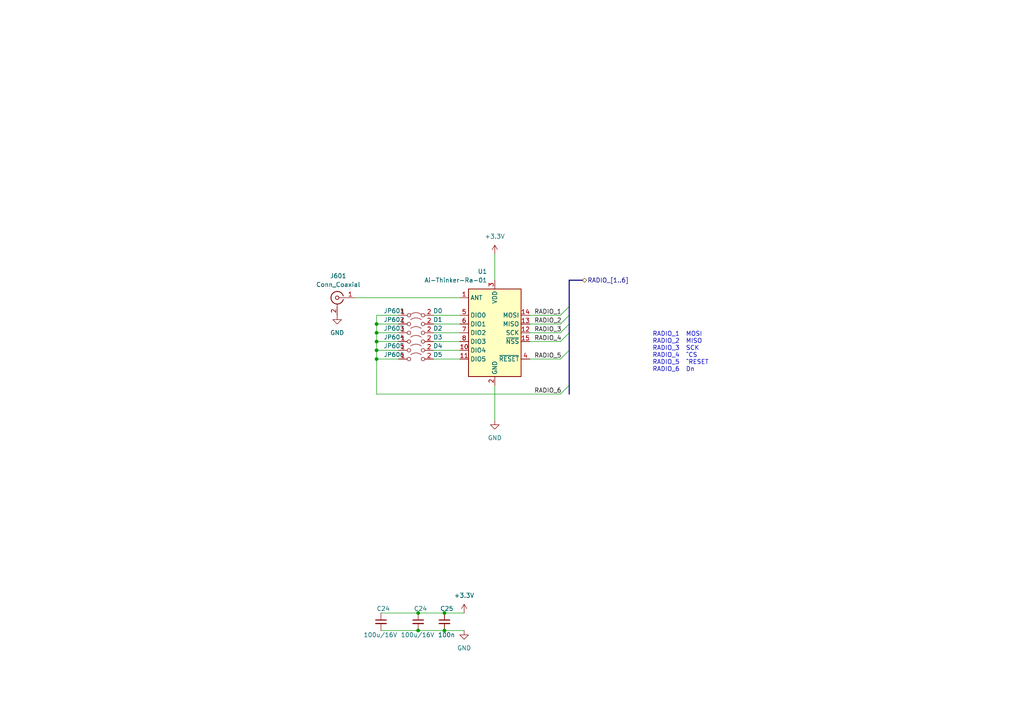
<source format=kicad_sch>
(kicad_sch (version 20230121) (generator eeschema)
  (paper "A4")
  (lib_symbols
    (symbol "Connector:Conn_Coaxial" (pin_names (offset 1.016) hide)
      (property "Reference" "J" (at 0.254 3.048 0))
      (property "Value" "Conn_Coaxial" (at 2.921 0 90))
      (symbol "Conn_Coaxial_0_1"
        (arc (start -1.778 -0.508) (mid 0.2311 -1.8066) (end 1.778 0) (stroke (width 0.254)))
        (polyline (pts (xy -2.54 0) (xy -0.508 0)))
        (polyline (pts (xy 0 -2.54) (xy 0 -1.778)))
        (circle (center 0 0) (radius 0.508) (stroke (width 0.2032)))
        (arc (start 1.778 0) (mid 0.2099 1.8101) (end -1.778 0.508) (stroke (width 0.254)))
      )
      (symbol "Conn_Coaxial_1_1"
        (pin passive line (at -5.08 0 0) (length 2.54) (name "In") (number "1"))
        (pin passive line (at 0 -5.08 90) (length 2.54) (name "Ext") (number "2"))
      )
    )
    (symbol "Device:C_Small" (pin_numbers hide) (pin_names (offset 0.254) hide)
      (property "Reference" "C" (at 0.254 1.778 0))
      (property "Value" "C_Small" (at 0.254 -2.032 0))
      (symbol "C_Small_0_1"
        (polyline (pts (xy -1.524 -0.508) (xy 1.524 -0.508)) (stroke (width 0.3302)))
        (polyline (pts (xy -1.524 0.508) (xy 1.524 0.508)) (stroke (width 0.3048)))
      )
      (symbol "C_Small_1_1"
        (pin passive line (at 0 2.54 270) (length 2.032) (name "~") (number "1"))
        (pin passive line (at 0 -2.54 90) (length 2.032) (name "~") (number "2"))
      )
    )
    (symbol "Jumper:Jumper_2_Bridged" (pin_names (offset 0) hide)
      (property "Reference" "JP" (at 0 1.905 0))
      (property "Value" "Jumper_2_Bridged" (at 0 -2.54 0))
      (symbol "Jumper_2_Bridged_0_0"
        (circle (center -2.032 0) (radius 0.508))
        (circle (center 2.032 0) (radius 0.508))
      )
      (symbol "Jumper_2_Bridged_0_1"
        (arc (start 1.524 0.254) (mid 0 0.762) (end -1.524 0.254))
      )
      (symbol "Jumper_2_Bridged_1_1"
        (pin passive line (at -5.08 0 0) (length 2.54) (name "A") (number "1"))
        (pin passive line (at 5.08 0 180) (length 2.54) (name "B") (number "2"))
      )
    )
    (symbol "Jumper:Jumper_2_Open" (pin_names (offset 0) hide)
      (property "Reference" "JP" (at 0 2.794 0))
      (property "Value" "Jumper_2_Open" (at 0 -2.286 0))
      (symbol "Jumper_2_Open_0_0"
        (circle (center -2.032 0) (radius 0.508))
        (circle (center 2.032 0) (radius 0.508))
      )
      (symbol "Jumper_2_Open_0_1"
        (arc (start 1.524 1.27) (mid 0 1.778) (end -1.524 1.27))
      )
      (symbol "Jumper_2_Open_1_1"
        (pin passive line (at -5.08 0 0) (length 2.54) (name "A") (number "1"))
        (pin passive line (at 5.08 0 180) (length 2.54) (name "B") (number "2"))
      )
    )
    (symbol "RF_Module:Ai-Thinker-Ra-01"
      (property "Reference" "U" (at 2.54 17.78 0))
      (property "Value" "Ai-Thinker-Ra-01" (at 13.97 -15.24 0))
      (symbol "Ai-Thinker-Ra-01_0_1"
        (rectangle (start -7.62 12.7) (end 7.62 -12.7) (stroke (width 0.254)) (fill (type background)))
      )
      (symbol "Ai-Thinker-Ra-01_1_1"
        (pin passive line (at 10.16 10.16 180) (length 2.54) (name "ANT") (number "1"))
        (pin bidirectional line (at 10.16 -5.08 180) (length 2.54) (name "DIO4") (number "10"))
        (pin bidirectional line (at 10.16 -7.62 180) (length 2.54) (name "DIO5") (number "11"))
        (pin input line (at -10.16 0 0) (length 2.54) (name "SCK") (number "12"))
        (pin output line (at -10.16 2.54 0) (length 2.54) (name "MISO") (number "13"))
        (pin input line (at -10.16 5.08 0) (length 2.54) (name "MOSI") (number "14"))
        (pin input line (at -10.16 -2.54 0) (length 2.54) (name "~{NSS}") (number "15"))
        (pin passive line (at 0 -15.24 90) (length 2.54) hide (name "GND") (number "16"))
        (pin power_in line (at 0 -15.24 90) (length 2.54) (name "GND") (number "2"))
        (pin power_in line (at 0 15.24 270) (length 2.54) (name "VDD") (number "3"))
        (pin input line (at -10.16 -7.62 0) (length 2.54) (name "~{RESET}") (number "4"))
        (pin bidirectional line (at 10.16 5.08 180) (length 2.54) (name "DIO0") (number "5"))
        (pin bidirectional line (at 10.16 2.54 180) (length 2.54) (name "DIO1") (number "6"))
        (pin bidirectional line (at 10.16 0 180) (length 2.54) (name "DIO2") (number "7"))
        (pin bidirectional line (at 10.16 -2.54 180) (length 2.54) (name "DIO3") (number "8"))
        (pin passive line (at 0 -15.24 90) (length 2.54) hide (name "GND") (number "9"))
      )
    )
    (symbol "power:+3.3V" (power) (pin_names (offset 0))
      (property "Value" "+3.3V" (at 0 3.556 0))
      (symbol "+3.3V_0_1"
        (polyline (pts (xy -0.762 1.27) (xy 0 2.54)))
        (polyline (pts (xy 0 0) (xy 0 2.54)))
        (polyline (pts (xy 0 2.54) (xy 0.762 1.27)))
      )
      (symbol "+3.3V_1_1"
        (pin power_in line (at 0 0 90) (length 0) hide (name "+3.3V") (number "1"))
      )
    )
    (symbol "power:GND" (power) (pin_names (offset 0))
      (property "Value" "GND" (at 0 -3.81 0))
      (symbol "GND_0_1"
        (polyline (pts (xy 0 0) (xy 0 -1.27) (xy 1.27 -1.27) (xy 0 -2.54) (xy -1.27 -1.27) (xy 0 -1.27)))
      )
      (symbol "GND_1_1"
        (pin power_in line (at 0 0 270) (length 0) hide (name "GND") (number "1"))
      )
    )
  )
  (junction (at 109.22 96.52))
  (junction (at 109.22 101.6))
  (junction (at 128.905 182.88))
  (junction (at 109.22 104.14))
  (junction (at 109.22 99.06))
  (junction (at 121.285 177.8))
  (junction (at 109.22 93.98))
  (junction (at 128.905 177.8))
  (junction (at 121.285 182.88))
  (bus_entry (at 162.56 93.98) (size 2.54 -2.54))
  (bus_entry (at 165.1 111.76) (size -2.54 2.54))
  (bus_entry (at 162.56 104.14) (size 2.54 -2.54))
  (bus_entry (at 162.56 99.06) (size 2.54 -2.54))
  (bus_entry (at 162.56 96.52) (size 2.54 -2.54))
  (bus_entry (at 162.56 91.44) (size 2.54 -2.54))
  (wire (pts (xy 134.62 182.88) (xy 128.905 182.88)))
  (wire (pts (xy 125.73 101.6) (xy 133.35 101.6)))
  (bus (pts (xy 165.1 101.6) (xy 165.1 96.52)))
  (wire (pts (xy 110.49 182.88) (xy 121.285 182.88)))
  (wire (pts (xy 102.87 86.36) (xy 133.35 86.36)))
  (bus (pts (xy 165.1 96.52) (xy 165.1 93.98)))
  (wire (pts (xy 109.22 91.44) (xy 109.22 93.98)))
  (wire (pts (xy 143.51 73.66) (xy 143.51 81.28)))
  (wire (pts (xy 153.67 104.14) (xy 162.56 104.14)))
  (bus (pts (xy 165.1 93.98) (xy 165.1 91.44)))
  (wire (pts (xy 109.22 104.14) (xy 109.22 114.3)))
  (wire (pts (xy 153.67 96.52) (xy 162.56 96.52)))
  (wire (pts (xy 109.22 101.6) (xy 109.22 104.14)))
  (wire (pts (xy 125.73 104.14) (xy 133.35 104.14)))
  (wire (pts (xy 125.73 91.44) (xy 133.35 91.44)))
  (wire (pts (xy 125.73 99.06) (xy 133.35 99.06)))
  (bus (pts (xy 165.1 81.28) (xy 168.91 81.28)))
  (bus (pts (xy 165.1 111.76) (xy 165.1 114.3)))
  (wire (pts (xy 121.285 182.88) (xy 128.905 182.88)))
  (wire (pts (xy 109.22 99.06) (xy 109.22 101.6)))
  (bus (pts (xy 165.1 111.76) (xy 165.1 101.6)))
  (wire (pts (xy 109.22 96.52) (xy 109.22 99.06)))
  (wire (pts (xy 110.49 177.8) (xy 121.285 177.8)))
  (wire (pts (xy 143.51 121.92) (xy 143.51 111.76)))
  (bus (pts (xy 165.1 91.44) (xy 165.1 88.9)))
  (wire (pts (xy 134.62 177.8) (xy 128.905 177.8)))
  (wire (pts (xy 109.22 93.98) (xy 115.57 93.98)))
  (wire (pts (xy 125.73 93.98) (xy 133.35 93.98)))
  (wire (pts (xy 153.67 99.06) (xy 162.56 99.06)))
  (wire (pts (xy 115.57 91.44) (xy 109.22 91.44)))
  (wire (pts (xy 121.285 177.8) (xy 128.905 177.8)))
  (wire (pts (xy 109.22 114.3) (xy 162.56 114.3)))
  (wire (pts (xy 109.22 99.06) (xy 115.57 99.06)))
  (wire (pts (xy 153.67 91.44) (xy 162.56 91.44)))
  (wire (pts (xy 125.73 96.52) (xy 133.35 96.52)))
  (bus (pts (xy 165.1 88.9) (xy 165.1 81.28)))
  (wire (pts (xy 109.22 104.14) (xy 115.57 104.14)))
  (wire (pts (xy 109.22 93.98) (xy 109.22 96.52)))
  (wire (pts (xy 109.22 96.52) (xy 115.57 96.52)))
  (wire (pts (xy 153.67 93.98) (xy 162.56 93.98)))
  (wire (pts (xy 109.22 101.6) (xy 115.57 101.6)))
  (text "RADIO_1  MOSI\nRADIO_2  MISO\nRADIO_3  SCK\nRADIO_4  ^CS\nRADIO_5  ^RESET\nRADIO_6  Dn\n" (at 189.23 107.95 0) (effects (font (size 1.27 1.27)) (justify left bottom)))
  (label "RADIO_2" (at 154.94 93.98 0))
  (label "RADIO_1" (at 154.94 91.44 0))
  (label "RADIO_4" (at 154.94 99.06 0))
  (label "RADIO_3" (at 154.94 96.52 0))
  (label "RADIO_5" (at 154.94 104.14 0))
  (label "RADIO_6" (at 154.94 114.3 0))
  (hierarchical_label "RADIO_[1..6]" (shape bidirectional) (at 168.91 81.28 0))
  (symbol (lib_id "Device:C_Small") (at 121.285 180.34 0) (unit 1)
    (property "Reference" "C24" (at 120.015 176.53 0) (effects (justify left)))
    (property "Value" "100u/16V" (at 116.205 184.15 0) (effects (justify left)))
    (property "Footprint" "Capacitor_SMD:C_1210_3225Metric" (effects hide))
    (property "LCSC" "C90143" (effects hide))
    (instances (project "NIKOLA-02-E-001_PCAScannerController_R1" (path "" (reference "C24") (unit 1))) (project "Nice-Buoy-V1.0" (path "" (reference "C211") (unit 1)) (path "" (reference "C2") (unit 1)) (path "" (reference "C602") (unit 1))))
  )
  (symbol (lib_id "power:+3.3V") (at 143.51 73.66 0) (unit 1)
    (property "Reference" "#PWR0604" (effects hide))
    (property "Value" "+3.3V" (at 143.51 68.58 0))
  )
  (symbol (lib_id "Jumper:Jumper_2_Open") (at 120.65 96.52 0) (unit 1) (in_bom no)
    (property "Reference" "JP603" (at 114.3 95.25 0))
    (property "Value" "D2" (at 127 95.25 0))
    (property "Footprint" "Jumper:SolderJumper-2_P1.3mm_Open_RoundedPad1.0x1.5mm" (effects hide))
  )
  (symbol (lib_id "power:GND") (at 97.79 91.44 0) (unit 1)
    (property "Reference" "#PWR0601" (effects hide))
    (property "Value" "GND" (at 97.79 96.52 0))
  )
  (symbol (lib_id "power:GND") (at 134.62 182.88 0) (unit 1)
    (property "Reference" "#PWR0603" (effects hide))
    (property "Value" "GND" (at 134.62 187.96 0))
  )
  (symbol (lib_id "Device:C_Small") (at 110.49 180.34 0) (unit 1)
    (property "Reference" "C24" (at 109.22 176.53 0) (effects (justify left)))
    (property "Value" "100u/16V" (at 105.41 184.15 0) (effects (justify left)))
    (property "Footprint" "Capacitor_SMD:C_1210_3225Metric" (effects hide))
    (property "LCSC" "C90143" (effects hide))
    (instances (project "NIKOLA-02-E-001_PCAScannerController_R1" (path "" (reference "C24") (unit 1))) (project "Nice-Buoy-V1.0" (path "" (reference "C211") (unit 1)) (path "" (reference "C1") (unit 1)) (path "" (reference "C601") (unit 1))))
  )
  (symbol (lib_id "power:+3.3V") (at 134.62 177.8 0) (unit 1)
    (property "Reference" "#PWR0602" (effects hide))
    (property "Value" "+3.3V" (at 134.62 172.72 0))
  )
  (symbol (lib_id "Jumper:Jumper_2_Bridged") (at 120.65 91.44 0) (unit 1) (in_bom no)
    (property "Reference" "JP601" (at 114.3 90.17 0))
    (property "Value" "D0" (at 127 90.17 0))
    (property "Footprint" "Jumper:SolderJumper-2_P1.3mm_Bridged_RoundedPad1.0x1.5mm" (effects hide))
  )
  (symbol (lib_id "Jumper:Jumper_2_Open") (at 120.65 99.06 0) (unit 1) (in_bom no)
    (property "Reference" "JP604" (at 114.3 97.79 0))
    (property "Value" "D3" (at 127 97.79 0))
    (property "Footprint" "Jumper:SolderJumper-2_P1.3mm_Open_RoundedPad1.0x1.5mm" (effects hide))
  )
  (symbol (lib_id "power:GND") (at 143.51 121.92 0) (unit 1)
    (property "Reference" "#PWR0605" (effects hide))
    (property "Value" "GND" (at 143.51 127 0))
  )
  (symbol (lib_id "Jumper:Jumper_2_Open") (at 120.65 104.14 0) (unit 1) (in_bom no)
    (property "Reference" "JP606" (at 114.3 102.87 0))
    (property "Value" "D5" (at 127 102.87 0))
    (property "Footprint" "Jumper:SolderJumper-2_P1.3mm_Open_RoundedPad1.0x1.5mm" (effects hide))
  )
  (symbol (lib_id "Jumper:Jumper_2_Open") (at 120.65 93.98 0) (unit 1) (in_bom no)
    (property "Reference" "JP602" (at 114.3 92.71 0))
    (property "Value" "D1" (at 127 92.71 0))
    (property "Footprint" "Jumper:SolderJumper-2_P1.3mm_Open_RoundedPad1.0x1.5mm" (effects hide))
  )
  (symbol (lib_id "Connector:Conn_Coaxial") (at 97.79 86.36 0) (mirror y) (unit 1)
    (property "Reference" "J601" (at 98.1074 80.01 0))
    (property "Value" "Conn_Coaxial" (at 98.1074 82.55 0))
    (property "Footprint" "Connector_Coaxial:U.FL_Hirose_U.FL-R-SMT-1_Vertical" (effects hide))
    (property "Datasheet" " ~" (effects hide))
  )
  (symbol (lib_id "Device:C_Small") (at 128.905 180.34 0) (unit 1)
    (property "Reference" "C25" (at 127.635 176.53 0) (effects (justify left)))
    (property "Value" "100n" (at 127 184.15 0) (effects (justify left)))
    (property "Footprint" "A_Device:C_0603" (effects hide))
    (property "LCSC" "C14663" (effects hide))
    (instances (project "NIKOLA-02-E-001_PCAScannerController_R1" (path "" (reference "C25") (unit 1))) (project "Nice-Buoy-V1.0" (path "" (reference "C217") (unit 1)) (path "" (reference "C3") (unit 1)) (path "" (reference "C603") (unit 1))))
  )
  (symbol (lib_id "Jumper:Jumper_2_Open") (at 120.65 101.6 0) (unit 1) (in_bom no)
    (property "Reference" "JP605" (at 114.3 100.33 0))
    (property "Value" "D4" (at 127 100.33 0))
    (property "Footprint" "Jumper:SolderJumper-2_P1.3mm_Open_RoundedPad1.0x1.5mm" (effects hide))
  )
  (symbol (lib_id "RF_Module:Ai-Thinker-Ra-01") (at 143.51 96.52 0) (mirror y) (unit 1)
    (property "Reference" "U1" (at 141.3159 78.74 0) (effects (justify left)))
    (property "Value" "Ai-Thinker-Ra-01" (at 141.3159 81.28 0) (effects (justify left)))
    (property "Footprint" "RF_Module:Ai-Thinker-Ra-01-LoRa" (effects hide))
    (property "Datasheet" "http://wiki.ai-thinker.com/_media/lora/docs/c047ps01a1_ra-01_product_specification_v1.1.pdf" (effects hide))
    (property "LCSC" "C90040" (effects hide))
    (instances (project "Nice-Buoy-V1.0" (path "" (reference "U1") (unit 1)) (path "" (reference "U601") (unit 1))))
  )
)
</source>
